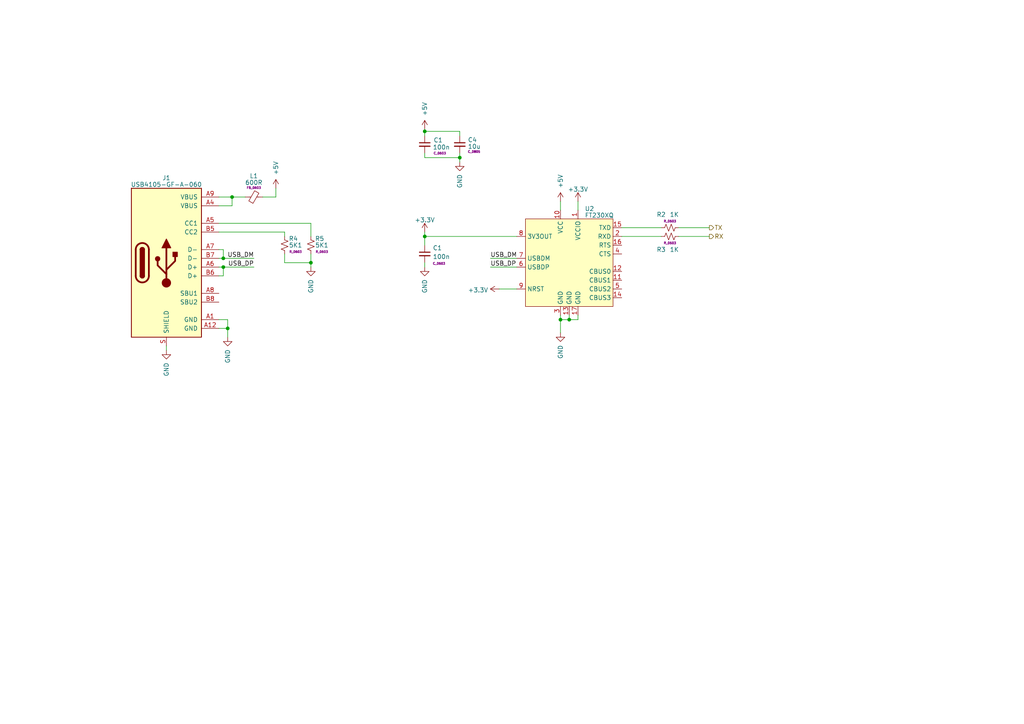
<source format=kicad_sch>
(kicad_sch (version 20230121) (generator eeschema)

  (uuid 7c5055c0-0ea4-4d3c-8b82-c2a8801718ec)

  (paper "A4")

  (lib_symbols
    (symbol "C_Capacitor:C_0603" (pin_numbers hide) (pin_names (offset 1.016)) (in_bom yes) (on_board yes)
      (property "Reference" "C" (at 3.175 1.905 0)
        (effects (font (size 1.27 1.27)))
      )
      (property "Value" "C_0603" (at 5.715 0 0)
        (effects (font (size 1.27 1.27)))
      )
      (property "Footprint" "C_Capacitor:C_0603" (at -3.175 0 90)
        (effects (font (size 1.27 1.27)) hide)
      )
      (property "Datasheet" "" (at 2.54 2.54 0)
        (effects (font (size 1.27 1.27)) hide)
      )
      (property "Size" "C_0603" (at 4.445 -1.905 0)
        (effects (font (size 0.635 0.635)))
      )
      (symbol "C_0603_1_1"
        (polyline
          (pts
            (xy -1.524 -0.508)
            (xy 1.524 -0.508)
          )
          (stroke (width 0.3302) (type default))
          (fill (type none))
        )
        (polyline
          (pts
            (xy -1.524 0.508)
            (xy 1.524 0.508)
          )
          (stroke (width 0.3048) (type default))
          (fill (type none))
        )
        (pin passive line (at 0 2.54 270) (length 2.032)
          (name "~" (effects (font (size 1.27 1.27))))
          (number "1" (effects (font (size 1.27 1.27))))
        )
        (pin passive line (at 0 -2.54 90) (length 2.032)
          (name "~" (effects (font (size 1.27 1.27))))
          (number "2" (effects (font (size 1.27 1.27))))
        )
      )
    )
    (symbol "C_Capacitor:C_0805" (pin_numbers hide) (pin_names (offset 1.016)) (in_bom yes) (on_board yes)
      (property "Reference" "C" (at 3.175 1.905 0)
        (effects (font (size 1.27 1.27)))
      )
      (property "Value" "C_0805" (at 5.715 0 0)
        (effects (font (size 1.27 1.27)))
      )
      (property "Footprint" "C_Capacitor:C_0805" (at -3.175 0 90)
        (effects (font (size 1.27 1.27)) hide)
      )
      (property "Datasheet" "" (at 2.54 2.54 0)
        (effects (font (size 1.27 1.27)) hide)
      )
      (property "Size" "C_0805" (at 4.445 -1.905 0)
        (effects (font (size 0.635 0.635)))
      )
      (symbol "C_0805_1_1"
        (polyline
          (pts
            (xy -1.524 -0.508)
            (xy 1.524 -0.508)
          )
          (stroke (width 0.3302) (type default))
          (fill (type none))
        )
        (polyline
          (pts
            (xy -1.524 0.508)
            (xy 1.524 0.508)
          )
          (stroke (width 0.3048) (type default))
          (fill (type none))
        )
        (pin passive line (at 0 2.54 270) (length 2.032)
          (name "~" (effects (font (size 1.27 1.27))))
          (number "1" (effects (font (size 1.27 1.27))))
        )
        (pin passive line (at 0 -2.54 90) (length 2.032)
          (name "~" (effects (font (size 1.27 1.27))))
          (number "2" (effects (font (size 1.27 1.27))))
        )
      )
    )
    (symbol "J_Connector:USB4105-GF-A-060" (pin_names (offset 1.016)) (in_bom yes) (on_board yes)
      (property "Reference" "J" (at -10.16 25.4 0)
        (effects (font (size 1.27 1.27)) (justify left))
      )
      (property "Value" "USB4105-GF-A-060" (at 10.16 22.86 0)
        (effects (font (size 1.27 1.27)) (justify right))
      )
      (property "Footprint" "J_Connector:USB_C_USB4105-GF-A-060" (at 0 -33.02 0)
        (effects (font (size 1.27 1.27)) hide)
      )
      (property "Datasheet" "https://media.digikey.com/pdf/Data%20Sheets/GCT%20PDFs/USB4105%20-%20Product%20Drawing.pdf" (at 0 -35.56 0)
        (effects (font (size 1.27 1.27)) hide)
      )
      (property "ki_keywords" "CONN RCP USB2.0 USBC 24P SMD RA" (at 0 0 0)
        (effects (font (size 1.27 1.27)) hide)
      )
      (property "ki_description" "CONN RCP USB2.0 TYP C 24P SMD RA" (at 0 0 0)
        (effects (font (size 1.27 1.27)) hide)
      )
      (property "ki_fp_filters" "USB*C*Receptacle*" (at 0 0 0)
        (effects (font (size 1.27 1.27)) hide)
      )
      (symbol "USB4105-GF-A-060_0_1"
        (rectangle (start -10.16 21.59) (end 10.16 -21.59)
          (stroke (width 0.254) (type default))
          (fill (type background))
        )
        (arc (start -8.89 -3.81) (mid -6.985 -5.7067) (end -5.08 -3.81)
          (stroke (width 0.508) (type default))
          (fill (type none))
        )
        (arc (start -7.62 -3.81) (mid -6.985 -4.4423) (end -6.35 -3.81)
          (stroke (width 0.254) (type default))
          (fill (type none))
        )
        (arc (start -7.62 -3.81) (mid -6.985 -4.4423) (end -6.35 -3.81)
          (stroke (width 0.254) (type default))
          (fill (type outline))
        )
        (rectangle (start -7.62 -3.81) (end -6.35 3.81)
          (stroke (width 0.254) (type default))
          (fill (type outline))
        )
        (arc (start -6.35 3.81) (mid -6.985 4.4423) (end -7.62 3.81)
          (stroke (width 0.254) (type default))
          (fill (type none))
        )
        (arc (start -6.35 3.81) (mid -6.985 4.4423) (end -7.62 3.81)
          (stroke (width 0.254) (type default))
          (fill (type outline))
        )
        (arc (start -5.08 3.81) (mid -6.985 5.7067) (end -8.89 3.81)
          (stroke (width 0.508) (type default))
          (fill (type none))
        )
        (circle (center -2.54 1.143) (radius 0.635)
          (stroke (width 0.254) (type default))
          (fill (type outline))
        )
        (circle (center 0 -5.842) (radius 1.27)
          (stroke (width 0) (type default))
          (fill (type outline))
        )
        (polyline
          (pts
            (xy -8.89 -3.81)
            (xy -8.89 3.81)
          )
          (stroke (width 0.508) (type default))
          (fill (type none))
        )
        (polyline
          (pts
            (xy -5.08 3.81)
            (xy -5.08 -3.81)
          )
          (stroke (width 0.508) (type default))
          (fill (type none))
        )
        (polyline
          (pts
            (xy 0 -5.842)
            (xy 0 4.318)
          )
          (stroke (width 0.508) (type default))
          (fill (type none))
        )
        (polyline
          (pts
            (xy 0 -3.302)
            (xy -2.54 -0.762)
            (xy -2.54 0.508)
          )
          (stroke (width 0.508) (type default))
          (fill (type none))
        )
        (polyline
          (pts
            (xy 0 -2.032)
            (xy 2.54 0.508)
            (xy 2.54 1.778)
          )
          (stroke (width 0.508) (type default))
          (fill (type none))
        )
        (polyline
          (pts
            (xy -1.27 4.318)
            (xy 0 6.858)
            (xy 1.27 4.318)
            (xy -1.27 4.318)
          )
          (stroke (width 0.254) (type default))
          (fill (type outline))
        )
        (rectangle (start 1.905 1.778) (end 3.175 3.048)
          (stroke (width 0.254) (type default))
          (fill (type outline))
        )
      )
      (symbol "USB4105-GF-A-060_1_1"
        (pin passive line (at 15.24 -16.51 180) (length 5.08)
          (name "GND" (effects (font (size 1.27 1.27))))
          (number "A1" (effects (font (size 1.27 1.27))))
        )
        (pin passive line (at 15.24 -19.05 180) (length 5.08)
          (name "GND" (effects (font (size 1.27 1.27))))
          (number "A12" (effects (font (size 1.27 1.27))))
        )
        (pin passive line (at 15.24 16.51 180) (length 5.08)
          (name "VBUS" (effects (font (size 1.27 1.27))))
          (number "A4" (effects (font (size 1.27 1.27))))
        )
        (pin bidirectional line (at 15.24 11.43 180) (length 5.08)
          (name "CC1" (effects (font (size 1.27 1.27))))
          (number "A5" (effects (font (size 1.27 1.27))))
        )
        (pin bidirectional line (at 15.24 -1.27 180) (length 5.08)
          (name "D+" (effects (font (size 1.27 1.27))))
          (number "A6" (effects (font (size 1.27 1.27))))
        )
        (pin bidirectional line (at 15.24 3.81 180) (length 5.08)
          (name "D-" (effects (font (size 1.27 1.27))))
          (number "A7" (effects (font (size 1.27 1.27))))
        )
        (pin bidirectional line (at 15.24 -8.89 180) (length 5.08)
          (name "SBU1" (effects (font (size 1.27 1.27))))
          (number "A8" (effects (font (size 1.27 1.27))))
        )
        (pin passive line (at 15.24 19.05 180) (length 5.08)
          (name "VBUS" (effects (font (size 1.27 1.27))))
          (number "A9" (effects (font (size 1.27 1.27))))
        )
        (pin bidirectional line (at 15.24 8.89 180) (length 5.08)
          (name "CC2" (effects (font (size 1.27 1.27))))
          (number "B5" (effects (font (size 1.27 1.27))))
        )
        (pin bidirectional line (at 15.24 -3.81 180) (length 5.08)
          (name "D+" (effects (font (size 1.27 1.27))))
          (number "B6" (effects (font (size 1.27 1.27))))
        )
        (pin bidirectional line (at 15.24 1.27 180) (length 5.08)
          (name "D-" (effects (font (size 1.27 1.27))))
          (number "B7" (effects (font (size 1.27 1.27))))
        )
        (pin bidirectional line (at 15.24 -11.43 180) (length 5.08)
          (name "SBU2" (effects (font (size 1.27 1.27))))
          (number "B8" (effects (font (size 1.27 1.27))))
        )
        (pin passive line (at 0 -24.13 90) (length 2.54)
          (name "SHIELD" (effects (font (size 1.27 1.27))))
          (number "S" (effects (font (size 1.27 1.27))))
        )
      )
    )
    (symbol "L_Inductor:FB_0603" (pin_numbers hide) (pin_names (offset 1.016) hide) (in_bom yes) (on_board yes)
      (property "Reference" "L" (at 2.54 1.905 0)
        (effects (font (size 1.27 1.27)))
      )
      (property "Value" "FB_0603" (at 5.715 0 0)
        (effects (font (size 1.27 1.27)))
      )
      (property "Footprint" "L_Inductor:FB_0603" (at -3.81 0.635 90)
        (effects (font (size 1.27 1.27)) hide)
      )
      (property "Datasheet" "" (at -6.35 0.635 0)
        (effects (font (size 1.27 1.27)) hide)
      )
      (property "Size" "FB_0603" (at 4.445 -1.905 0)
        (effects (font (size 0.635 0.635)))
      )
      (symbol "FB_0603_0_1"
        (polyline
          (pts
            (xy 0 -1.27)
            (xy 0 -0.7874)
          )
          (stroke (width 0) (type default))
          (fill (type none))
        )
        (polyline
          (pts
            (xy 0 0.889)
            (xy 0 1.2954)
          )
          (stroke (width 0) (type default))
          (fill (type none))
        )
        (polyline
          (pts
            (xy -1.8288 0.2794)
            (xy -1.1176 1.4986)
            (xy 1.8288 -0.2032)
            (xy 1.1176 -1.4224)
            (xy -1.8288 0.2794)
          )
          (stroke (width 0) (type default))
          (fill (type none))
        )
      )
      (symbol "FB_0603_1_1"
        (pin passive line (at 0 2.54 270) (length 1.27)
          (name "~" (effects (font (size 1.27 1.27))))
          (number "1" (effects (font (size 1.27 1.27))))
        )
        (pin passive line (at 0 -2.54 90) (length 1.27)
          (name "~" (effects (font (size 1.27 1.27))))
          (number "2" (effects (font (size 1.27 1.27))))
        )
      )
    )
    (symbol "R_Resistor:R_0603" (pin_numbers hide) (pin_names (offset 1.016)) (in_bom yes) (on_board yes)
      (property "Reference" "R" (at 2.54 1.905 0)
        (effects (font (size 1.27 1.27)))
      )
      (property "Value" "R_0603" (at 5.08 0 0)
        (effects (font (size 1.27 1.27)))
      )
      (property "Footprint" "R_Resistor:R_0603" (at -2.54 0 90)
        (effects (font (size 1.27 1.27)) hide)
      )
      (property "Datasheet" "" (at -2.54 -3.81 0)
        (effects (font (size 1.27 1.27)) hide)
      )
      (property "Size" "R_0603" (at 3.81 -1.905 0)
        (effects (font (size 0.635 0.635)))
      )
      (symbol "R_0603_1_1"
        (polyline
          (pts
            (xy 0 0)
            (xy 1.016 -0.381)
            (xy 0 -0.762)
            (xy -1.016 -1.143)
            (xy 0 -1.524)
          )
          (stroke (width 0) (type default))
          (fill (type none))
        )
        (polyline
          (pts
            (xy 0 1.524)
            (xy 1.016 1.143)
            (xy 0 0.762)
            (xy -1.016 0.381)
            (xy 0 0)
          )
          (stroke (width 0) (type default))
          (fill (type none))
        )
        (pin passive line (at 0 2.54 270) (length 1.016)
          (name "~" (effects (font (size 1.27 1.27))))
          (number "1" (effects (font (size 1.27 1.27))))
        )
        (pin passive line (at 0 -2.54 90) (length 1.016)
          (name "~" (effects (font (size 1.27 1.27))))
          (number "2" (effects (font (size 1.27 1.27))))
        )
      )
    )
    (symbol "U_Transciever:FT230XQ" (in_bom yes) (on_board yes)
      (property "Reference" "U" (at -10.16 13.97 0)
        (effects (font (size 1.27 1.27)))
      )
      (property "Value" "FT230XQ" (at 0 0 0)
        (effects (font (size 1.27 1.27)))
      )
      (property "Footprint" "U_IC:QFN16_065_4x4_EP" (at 0 -23.495 0)
        (effects (font (size 1.27 1.27)) hide)
      )
      (property "Datasheet" "http://www.ftdichip.com/Support/Documents/DataSheets/ICs/DS_FT230X.pdf" (at 0.635 -20.955 0)
        (effects (font (size 1.27 1.27)) hide)
      )
      (property "ki_keywords" "IC USB SERIAL BASIC UART 16QFN" (at 0 0 0)
        (effects (font (size 1.27 1.27)) hide)
      )
      (property "ki_description" "IC USB SERIAL BASIC UART 16QFN" (at 0 0 0)
        (effects (font (size 1.27 1.27)) hide)
      )
      (symbol "FT230XQ_0_1"
        (rectangle (start -12.7 12.7) (end 12.7 -12.7)
          (stroke (width 0.1524) (type default))
          (fill (type background))
        )
      )
      (symbol "FT230XQ_1_1"
        (pin power_in line (at 2.54 15.24 270) (length 2.54)
          (name "VCCIO" (effects (font (size 1.27 1.27))))
          (number "1" (effects (font (size 1.27 1.27))))
        )
        (pin power_in line (at -2.54 15.24 270) (length 2.54)
          (name "VCC" (effects (font (size 1.27 1.27))))
          (number "10" (effects (font (size 1.27 1.27))))
        )
        (pin input line (at 15.24 -5.08 180) (length 2.54)
          (name "CBUS1" (effects (font (size 1.27 1.27))))
          (number "11" (effects (font (size 1.27 1.27))))
        )
        (pin input line (at 15.24 -2.54 180) (length 2.54)
          (name "CBUS0" (effects (font (size 1.27 1.27))))
          (number "12" (effects (font (size 1.27 1.27))))
        )
        (pin power_in line (at 0 -15.24 90) (length 2.54)
          (name "GND" (effects (font (size 1.27 1.27))))
          (number "13" (effects (font (size 1.27 1.27))))
        )
        (pin input line (at 15.24 -10.16 180) (length 2.54)
          (name "CBUS3" (effects (font (size 1.27 1.27))))
          (number "14" (effects (font (size 1.27 1.27))))
        )
        (pin output line (at 15.24 10.16 180) (length 2.54)
          (name "TXD" (effects (font (size 1.27 1.27))))
          (number "15" (effects (font (size 1.27 1.27))))
        )
        (pin input line (at 15.24 5.08 180) (length 2.54)
          (name "RTS" (effects (font (size 1.27 1.27))))
          (number "16" (effects (font (size 1.27 1.27))))
        )
        (pin power_in line (at 2.54 -15.24 90) (length 2.54)
          (name "GND" (effects (font (size 1.27 1.27))))
          (number "17" (effects (font (size 1.27 1.27))))
        )
        (pin input line (at 15.24 7.62 180) (length 2.54)
          (name "RXD" (effects (font (size 1.27 1.27))))
          (number "2" (effects (font (size 1.27 1.27))))
        )
        (pin power_in line (at -2.54 -15.24 90) (length 2.54)
          (name "GND" (effects (font (size 1.27 1.27))))
          (number "3" (effects (font (size 1.27 1.27))))
        )
        (pin input line (at 15.24 2.54 180) (length 2.54)
          (name "CTS" (effects (font (size 1.27 1.27))))
          (number "4" (effects (font (size 1.27 1.27))))
        )
        (pin input line (at 15.24 -7.62 180) (length 2.54)
          (name "CBUS2" (effects (font (size 1.27 1.27))))
          (number "5" (effects (font (size 1.27 1.27))))
        )
        (pin bidirectional line (at -15.24 -1.27 0) (length 2.54)
          (name "USBDP" (effects (font (size 1.27 1.27))))
          (number "6" (effects (font (size 1.27 1.27))))
        )
        (pin bidirectional line (at -15.24 1.27 0) (length 2.54)
          (name "USBDM" (effects (font (size 1.27 1.27))))
          (number "7" (effects (font (size 1.27 1.27))))
        )
        (pin power_out line (at -15.24 7.62 0) (length 2.54)
          (name "3V3OUT" (effects (font (size 1.27 1.27))))
          (number "8" (effects (font (size 1.27 1.27))))
        )
        (pin input line (at -15.24 -7.62 0) (length 2.54)
          (name "NRST" (effects (font (size 1.27 1.27))))
          (number "9" (effects (font (size 1.27 1.27))))
        )
      )
    )
    (symbol "power:+3.3V" (power) (pin_names (offset 0)) (in_bom yes) (on_board yes)
      (property "Reference" "#PWR" (at 0 -3.81 0)
        (effects (font (size 1.27 1.27)) hide)
      )
      (property "Value" "+3.3V" (at 0 3.556 0)
        (effects (font (size 1.27 1.27)))
      )
      (property "Footprint" "" (at 0 0 0)
        (effects (font (size 1.27 1.27)) hide)
      )
      (property "Datasheet" "" (at 0 0 0)
        (effects (font (size 1.27 1.27)) hide)
      )
      (property "ki_keywords" "global power" (at 0 0 0)
        (effects (font (size 1.27 1.27)) hide)
      )
      (property "ki_description" "Power symbol creates a global label with name \"+3.3V\"" (at 0 0 0)
        (effects (font (size 1.27 1.27)) hide)
      )
      (symbol "+3.3V_0_1"
        (polyline
          (pts
            (xy -0.762 1.27)
            (xy 0 2.54)
          )
          (stroke (width 0) (type default))
          (fill (type none))
        )
        (polyline
          (pts
            (xy 0 0)
            (xy 0 2.54)
          )
          (stroke (width 0) (type default))
          (fill (type none))
        )
        (polyline
          (pts
            (xy 0 2.54)
            (xy 0.762 1.27)
          )
          (stroke (width 0) (type default))
          (fill (type none))
        )
      )
      (symbol "+3.3V_1_1"
        (pin power_in line (at 0 0 90) (length 0) hide
          (name "+3.3V" (effects (font (size 1.27 1.27))))
          (number "1" (effects (font (size 1.27 1.27))))
        )
      )
    )
    (symbol "power:+5V" (power) (pin_names (offset 0)) (in_bom yes) (on_board yes)
      (property "Reference" "#PWR" (at 0 -3.81 0)
        (effects (font (size 1.27 1.27)) hide)
      )
      (property "Value" "+5V" (at 0 3.556 0)
        (effects (font (size 1.27 1.27)))
      )
      (property "Footprint" "" (at 0 0 0)
        (effects (font (size 1.27 1.27)) hide)
      )
      (property "Datasheet" "" (at 0 0 0)
        (effects (font (size 1.27 1.27)) hide)
      )
      (property "ki_keywords" "power-flag" (at 0 0 0)
        (effects (font (size 1.27 1.27)) hide)
      )
      (property "ki_description" "Power symbol creates a global label with name \"+5V\"" (at 0 0 0)
        (effects (font (size 1.27 1.27)) hide)
      )
      (symbol "+5V_0_1"
        (polyline
          (pts
            (xy -0.762 1.27)
            (xy 0 2.54)
          )
          (stroke (width 0) (type default))
          (fill (type none))
        )
        (polyline
          (pts
            (xy 0 0)
            (xy 0 2.54)
          )
          (stroke (width 0) (type default))
          (fill (type none))
        )
        (polyline
          (pts
            (xy 0 2.54)
            (xy 0.762 1.27)
          )
          (stroke (width 0) (type default))
          (fill (type none))
        )
      )
      (symbol "+5V_1_1"
        (pin power_in line (at 0 0 90) (length 0) hide
          (name "+5V" (effects (font (size 1.27 1.27))))
          (number "1" (effects (font (size 1.27 1.27))))
        )
      )
    )
    (symbol "power:GND" (power) (pin_names (offset 0)) (in_bom yes) (on_board yes)
      (property "Reference" "#PWR" (at 0 -6.35 0)
        (effects (font (size 1.27 1.27)) hide)
      )
      (property "Value" "GND" (at 0 -3.81 0)
        (effects (font (size 1.27 1.27)))
      )
      (property "Footprint" "" (at 0 0 0)
        (effects (font (size 1.27 1.27)) hide)
      )
      (property "Datasheet" "" (at 0 0 0)
        (effects (font (size 1.27 1.27)) hide)
      )
      (property "ki_keywords" "power-flag" (at 0 0 0)
        (effects (font (size 1.27 1.27)) hide)
      )
      (property "ki_description" "Power symbol creates a global label with name \"GND\" , ground" (at 0 0 0)
        (effects (font (size 1.27 1.27)) hide)
      )
      (symbol "GND_0_1"
        (polyline
          (pts
            (xy 0 0)
            (xy 0 -1.27)
            (xy 1.27 -1.27)
            (xy 0 -2.54)
            (xy -1.27 -1.27)
            (xy 0 -1.27)
          )
          (stroke (width 0) (type default))
          (fill (type none))
        )
      )
      (symbol "GND_1_1"
        (pin power_in line (at 0 0 270) (length 0) hide
          (name "GND" (effects (font (size 1.27 1.27))))
          (number "1" (effects (font (size 1.27 1.27))))
        )
      )
    )
  )

  (junction (at 90.17 76.2) (diameter 0) (color 0 0 0 0)
    (uuid 37ee7dc6-f29b-4c02-aeba-77d8db56bbd6)
  )
  (junction (at 162.56 92.71) (diameter 0) (color 0 0 0 0)
    (uuid 482728b2-7f47-4878-b7b3-f8a86b42cf69)
  )
  (junction (at 66.04 95.25) (diameter 0) (color 0 0 0 0)
    (uuid 782c0574-d4d4-47ac-9d33-bb45f902b641)
  )
  (junction (at 64.77 74.93) (diameter 0) (color 0 0 0 0)
    (uuid ab1a78d5-713b-439f-9d1e-924b4b949b15)
  )
  (junction (at 133.35 45.72) (diameter 0) (color 0 0 0 0)
    (uuid b2f73769-2bfe-4b63-8c99-5fa1f09eae02)
  )
  (junction (at 165.1 92.71) (diameter 0) (color 0 0 0 0)
    (uuid cc97497c-6b34-41f3-b2f3-ebfd365220fb)
  )
  (junction (at 123.19 68.58) (diameter 0) (color 0 0 0 0)
    (uuid cde90deb-eb87-471b-a5d8-c09695e5b2a3)
  )
  (junction (at 64.77 77.47) (diameter 0) (color 0 0 0 0)
    (uuid defe697e-8165-40e7-aed2-1e5b4a61a20a)
  )
  (junction (at 67.31 57.15) (diameter 0) (color 0 0 0 0)
    (uuid fa948f91-09ce-459e-9ca2-3148ab11cd5b)
  )
  (junction (at 123.19 38.1) (diameter 0) (color 0 0 0 0)
    (uuid fe70dd0e-4db2-4383-9e1a-2bd9ef79910f)
  )

  (wire (pts (xy 82.55 67.31) (xy 63.5 67.31))
    (stroke (width 0) (type default))
    (uuid 03e270da-b4af-4834-bc22-f5bb9402c874)
  )
  (wire (pts (xy 167.64 91.44) (xy 167.64 92.71))
    (stroke (width 0) (type default))
    (uuid 04864a9b-b982-4597-aef2-dcd21a8e01cf)
  )
  (wire (pts (xy 180.34 66.04) (xy 191.77 66.04))
    (stroke (width 0) (type default))
    (uuid 04ed9875-8884-45df-b753-24aa8eb4e2f4)
  )
  (wire (pts (xy 82.55 73.66) (xy 82.55 76.2))
    (stroke (width 0) (type default))
    (uuid 1559bf39-98e9-4691-a67f-fae51bfb5aa7)
  )
  (wire (pts (xy 64.77 72.39) (xy 64.77 74.93))
    (stroke (width 0) (type default))
    (uuid 218dc8de-bb75-4c0d-916f-b12891b0de63)
  )
  (wire (pts (xy 162.56 58.42) (xy 162.56 60.96))
    (stroke (width 0) (type default))
    (uuid 21b746d0-2032-4c9f-a4e4-9c04f63b2f40)
  )
  (wire (pts (xy 123.19 76.2) (xy 123.19 77.47))
    (stroke (width 0) (type default))
    (uuid 227ae1ec-2018-4c9c-a8d6-0409dab15491)
  )
  (wire (pts (xy 133.35 44.45) (xy 133.35 45.72))
    (stroke (width 0) (type default))
    (uuid 253c31f7-d267-4b85-b0a6-1a751eb8f1ab)
  )
  (wire (pts (xy 63.5 59.69) (xy 67.31 59.69))
    (stroke (width 0) (type default))
    (uuid 2654f06f-7f92-4a9b-b401-612b42e7e51f)
  )
  (wire (pts (xy 167.64 92.71) (xy 165.1 92.71))
    (stroke (width 0) (type default))
    (uuid 267f347a-92f2-4e62-a989-d16c3511ccab)
  )
  (wire (pts (xy 162.56 92.71) (xy 162.56 96.52))
    (stroke (width 0) (type default))
    (uuid 281c520a-b722-49cb-ad95-3ec3ac74da1e)
  )
  (wire (pts (xy 165.1 92.71) (xy 162.56 92.71))
    (stroke (width 0) (type default))
    (uuid 2b2fd5aa-dca0-4eb2-b31c-d429c91284b5)
  )
  (wire (pts (xy 63.5 72.39) (xy 64.77 72.39))
    (stroke (width 0) (type default))
    (uuid 32874f11-5eda-4404-abdf-7a2452803238)
  )
  (wire (pts (xy 66.04 97.79) (xy 66.04 95.25))
    (stroke (width 0) (type default))
    (uuid 3289412c-cdfd-4229-b367-3b7b6c0e4883)
  )
  (wire (pts (xy 133.35 45.72) (xy 133.35 46.99))
    (stroke (width 0) (type default))
    (uuid 390ac279-eea8-4afa-aad7-06474ab9c94a)
  )
  (wire (pts (xy 142.24 77.47) (xy 149.86 77.47))
    (stroke (width 0) (type default))
    (uuid 42d7850b-fd31-40ae-9876-f1cdb5108f16)
  )
  (wire (pts (xy 63.5 74.93) (xy 64.77 74.93))
    (stroke (width 0) (type default))
    (uuid 42fcd1b6-775f-41a3-b4c3-ca226c8a99a8)
  )
  (wire (pts (xy 64.77 77.47) (xy 73.66 77.47))
    (stroke (width 0) (type default))
    (uuid 494ea429-3a97-436d-abee-d2ffc80facbb)
  )
  (wire (pts (xy 165.1 91.44) (xy 165.1 92.71))
    (stroke (width 0) (type default))
    (uuid 53c1fe83-5a70-48db-bdc3-85edca57c991)
  )
  (wire (pts (xy 123.19 67.31) (xy 123.19 68.58))
    (stroke (width 0) (type default))
    (uuid 57c00a14-958c-40bd-84f0-c31dbd96195b)
  )
  (wire (pts (xy 63.5 80.01) (xy 64.77 80.01))
    (stroke (width 0) (type default))
    (uuid 584e0b8b-9e49-499f-8768-1ec318d12238)
  )
  (wire (pts (xy 63.5 77.47) (xy 64.77 77.47))
    (stroke (width 0) (type default))
    (uuid 6337070e-2bb7-4214-8c27-cbdc4d73ab56)
  )
  (wire (pts (xy 67.31 57.15) (xy 71.12 57.15))
    (stroke (width 0) (type default))
    (uuid 66250e87-292f-4a5e-94d2-6adfddd41e29)
  )
  (wire (pts (xy 63.5 95.25) (xy 66.04 95.25))
    (stroke (width 0) (type default))
    (uuid 6ffa4469-f8fe-4617-85da-90b24840c4b9)
  )
  (wire (pts (xy 162.56 91.44) (xy 162.56 92.71))
    (stroke (width 0) (type default))
    (uuid 77742602-56a2-42d3-bfad-fdfff42d0cf9)
  )
  (wire (pts (xy 133.35 38.1) (xy 133.35 39.37))
    (stroke (width 0) (type default))
    (uuid 7bdeb61a-0ccc-4397-998f-dcdd41ad93bc)
  )
  (wire (pts (xy 66.04 95.25) (xy 66.04 92.71))
    (stroke (width 0) (type default))
    (uuid 7e8f66e9-e828-45bd-bc2c-1bba7803255e)
  )
  (wire (pts (xy 76.2 57.15) (xy 80.01 57.15))
    (stroke (width 0) (type default))
    (uuid 8e3e971b-0ac8-458a-b26f-b9b6495da23e)
  )
  (wire (pts (xy 80.01 57.15) (xy 80.01 54.61))
    (stroke (width 0) (type default))
    (uuid 8f2f886d-7149-4119-a046-a1230d99e854)
  )
  (wire (pts (xy 67.31 59.69) (xy 67.31 57.15))
    (stroke (width 0) (type default))
    (uuid 98cc1759-e158-4274-a54e-d04394e85818)
  )
  (wire (pts (xy 64.77 74.93) (xy 73.66 74.93))
    (stroke (width 0) (type default))
    (uuid 98cdd450-b40a-4690-a530-1a6d3dbf5c91)
  )
  (wire (pts (xy 123.19 71.12) (xy 123.19 68.58))
    (stroke (width 0) (type default))
    (uuid 9e01a72c-dd82-479c-8036-023f63c7a0c1)
  )
  (wire (pts (xy 48.26 100.33) (xy 48.26 101.6))
    (stroke (width 0) (type default))
    (uuid a3bc6248-f76b-4a3c-bfdc-728f7eaa0955)
  )
  (wire (pts (xy 123.19 44.45) (xy 123.19 45.72))
    (stroke (width 0) (type default))
    (uuid ab574d07-8639-4aaf-a393-5faad522860c)
  )
  (wire (pts (xy 123.19 45.72) (xy 133.35 45.72))
    (stroke (width 0) (type default))
    (uuid b69c45d1-d493-4b50-ba47-d345ff25450b)
  )
  (wire (pts (xy 67.31 57.15) (xy 63.5 57.15))
    (stroke (width 0) (type default))
    (uuid bb4871b6-13a6-4d46-ad02-befa9396ecd7)
  )
  (wire (pts (xy 142.24 74.93) (xy 149.86 74.93))
    (stroke (width 0) (type default))
    (uuid bd30e6f2-23c8-4bce-a3ed-c27ff64e3020)
  )
  (wire (pts (xy 82.55 76.2) (xy 90.17 76.2))
    (stroke (width 0) (type default))
    (uuid be2955f6-63d8-43b1-98dd-df6f5392c315)
  )
  (wire (pts (xy 90.17 64.77) (xy 63.5 64.77))
    (stroke (width 0) (type default))
    (uuid c21583d7-61a6-47e2-a27f-c49275e8c733)
  )
  (wire (pts (xy 82.55 68.58) (xy 82.55 67.31))
    (stroke (width 0) (type default))
    (uuid c274a550-3961-45be-ab85-3277217ae2bb)
  )
  (wire (pts (xy 123.19 38.1) (xy 123.19 39.37))
    (stroke (width 0) (type default))
    (uuid c489e9cd-155b-4b9f-9a96-40f451780a64)
  )
  (wire (pts (xy 123.19 38.1) (xy 133.35 38.1))
    (stroke (width 0) (type default))
    (uuid c52df7bf-fa11-4f0a-abbd-5be9cbb88132)
  )
  (wire (pts (xy 144.78 83.82) (xy 149.86 83.82))
    (stroke (width 0) (type default))
    (uuid c7d1fd1f-d994-4ca3-80f7-c6b621226b44)
  )
  (wire (pts (xy 196.85 66.04) (xy 205.74 66.04))
    (stroke (width 0) (type default))
    (uuid cb58aa0d-e902-48ee-ae86-4c617a3704a2)
  )
  (wire (pts (xy 180.34 68.58) (xy 191.77 68.58))
    (stroke (width 0) (type default))
    (uuid cc854c0b-5158-4268-86f5-a7f1ab571730)
  )
  (wire (pts (xy 66.04 92.71) (xy 63.5 92.71))
    (stroke (width 0) (type default))
    (uuid d649963e-7637-4b52-aaa3-4673ef3e0220)
  )
  (wire (pts (xy 123.19 37.465) (xy 123.19 38.1))
    (stroke (width 0) (type default))
    (uuid d96ba7f4-357e-4e72-b0fc-26573db59bb1)
  )
  (wire (pts (xy 123.19 68.58) (xy 149.86 68.58))
    (stroke (width 0) (type default))
    (uuid de33d127-7a76-4af0-94c9-3011ce46fc7e)
  )
  (wire (pts (xy 196.85 68.58) (xy 205.74 68.58))
    (stroke (width 0) (type default))
    (uuid e0bba0d5-f7c5-4d8c-9f60-00e68eb64a09)
  )
  (wire (pts (xy 90.17 73.66) (xy 90.17 76.2))
    (stroke (width 0) (type default))
    (uuid ebec0fe4-f4e4-42b4-b533-9f8584e9c333)
  )
  (wire (pts (xy 90.17 76.2) (xy 90.17 77.47))
    (stroke (width 0) (type default))
    (uuid edee596f-5cc8-4b3d-b14a-c8976ea20ad8)
  )
  (wire (pts (xy 90.17 68.58) (xy 90.17 64.77))
    (stroke (width 0) (type default))
    (uuid ef5036e1-e251-46ab-8c2c-17c87ac6f701)
  )
  (wire (pts (xy 64.77 80.01) (xy 64.77 77.47))
    (stroke (width 0) (type default))
    (uuid f0cacb68-66bc-4b64-a6f3-4ab01954767b)
  )
  (wire (pts (xy 167.64 60.96) (xy 167.64 58.42))
    (stroke (width 0) (type default))
    (uuid f4cd6b6c-bf57-4371-af35-40d8820d662c)
  )

  (label "USB_DP" (at 73.66 77.47 180) (fields_autoplaced)
    (effects (font (size 1.27 1.27)) (justify right bottom))
    (uuid 24efc655-abe4-41fe-aad7-bc8d9f94d49d)
  )
  (label "USB_DM" (at 142.24 74.93 0) (fields_autoplaced)
    (effects (font (size 1.27 1.27)) (justify left bottom))
    (uuid 3cebe1d1-213b-4dac-9361-2aa85c284a4c)
  )
  (label "USB_DM" (at 73.66 74.93 180) (fields_autoplaced)
    (effects (font (size 1.27 1.27)) (justify right bottom))
    (uuid 418ced39-05b9-4054-90d4-00f06022cc85)
  )
  (label "USB_DP" (at 142.24 77.47 0) (fields_autoplaced)
    (effects (font (size 1.27 1.27)) (justify left bottom))
    (uuid aec443bd-9567-4914-9353-de019be85e24)
  )

  (hierarchical_label "TX" (shape output) (at 205.74 66.04 0) (fields_autoplaced)
    (effects (font (size 1.27 1.27)) (justify left))
    (uuid 4e918ea6-fb1b-4dcc-91da-8ed3ff280bf9)
  )
  (hierarchical_label "RX" (shape output) (at 205.74 68.58 0) (fields_autoplaced)
    (effects (font (size 1.27 1.27)) (justify left))
    (uuid ce14c5b1-8de9-4c64-bf5c-cdfe358fb3bf)
  )

  (symbol (lib_id "power:+3.3V") (at 144.78 83.82 90) (unit 1)
    (in_bom yes) (on_board yes) (dnp no) (fields_autoplaced)
    (uuid 01349f00-e39c-4333-970e-de0ad60c5025)
    (property "Reference" "#PWR017" (at 148.59 83.82 0)
      (effects (font (size 1.27 1.27)) hide)
    )
    (property "Value" "+3.3V" (at 141.605 84.1368 90)
      (effects (font (size 1.27 1.27)) (justify left))
    )
    (property "Footprint" "" (at 144.78 83.82 0)
      (effects (font (size 1.27 1.27)) hide)
    )
    (property "Datasheet" "" (at 144.78 83.82 0)
      (effects (font (size 1.27 1.27)) hide)
    )
    (pin "1" (uuid e24ebfdf-91db-4c17-9b61-6028565dcb8d))
    (instances
      (project "ICSP-Programmer-HW"
        (path "/5952f252-dd2a-4213-9849-5d3ec960c0f2/a39b1137-3f68-4cc6-8656-a3e012cc2b43"
          (reference "#PWR017") (unit 1)
        )
      )
    )
  )

  (symbol (lib_id "power:GND") (at 48.26 101.6 0) (unit 1)
    (in_bom yes) (on_board yes) (dnp no)
    (uuid 0a29f835-3335-40bd-a32c-68fc01fb8451)
    (property "Reference" "#PWR04" (at 48.26 107.95 0)
      (effects (font (size 1.27 1.27)) hide)
    )
    (property "Value" "GND" (at 48.26 109.22 90)
      (effects (font (size 1.27 1.27)) (justify left))
    )
    (property "Footprint" "" (at 48.26 101.6 0)
      (effects (font (size 1.27 1.27)) hide)
    )
    (property "Datasheet" "" (at 48.26 101.6 0)
      (effects (font (size 1.27 1.27)) hide)
    )
    (pin "1" (uuid 03ff7bd0-2c2d-418e-a2e6-254c9018e74b))
    (instances
      (project "ICSP-Programmer-HW"
        (path "/5952f252-dd2a-4213-9849-5d3ec960c0f2"
          (reference "#PWR04") (unit 1)
        )
        (path "/5952f252-dd2a-4213-9849-5d3ec960c0f2/a39b1137-3f68-4cc6-8656-a3e012cc2b43"
          (reference "#PWR020") (unit 1)
        )
      )
      (project "Control-HW"
        (path "/b6d3735f-4c90-4b13-8a59-d00862ca760c/0efb9293-af2b-4951-be8b-c2bbb9c050db"
          (reference "#PWR07") (unit 1)
        )
      )
    )
  )

  (symbol (lib_id "C_Capacitor:C_0603") (at 123.19 41.91 0) (unit 1)
    (in_bom yes) (on_board yes) (dnp no)
    (uuid 1369975c-8a32-4070-9fa0-ac1ed068a490)
    (property "Reference" "C1" (at 125.73 40.64 0)
      (effects (font (size 1.27 1.27)) (justify left))
    )
    (property "Value" "100n" (at 125.5141 42.7039 0)
      (effects (font (size 1.27 1.27)) (justify left))
    )
    (property "Footprint" "C_Capacitor:C_0603" (at 120.015 41.91 90)
      (effects (font (size 1.27 1.27)) hide)
    )
    (property "Datasheet" "" (at 125.73 39.37 0)
      (effects (font (size 1.27 1.27)) hide)
    )
    (property "Size" "C_0603" (at 125.73 44.45 0)
      (effects (font (size 0.635 0.635)) (justify left))
    )
    (pin "1" (uuid 90ba33ff-77c1-40fb-a445-ab913532d237))
    (pin "2" (uuid a140964c-4811-42ac-9de0-c31df865cdeb))
    (instances
      (project "ICSP-Programmer-HW"
        (path "/5952f252-dd2a-4213-9849-5d3ec960c0f2"
          (reference "C1") (unit 1)
        )
        (path "/5952f252-dd2a-4213-9849-5d3ec960c0f2/a39b1137-3f68-4cc6-8656-a3e012cc2b43"
          (reference "C3") (unit 1)
        )
      )
      (project "Control-HW"
        (path "/b6d3735f-4c90-4b13-8a59-d00862ca760c/0efb9293-af2b-4951-be8b-c2bbb9c050db"
          (reference "C1") (unit 1)
        )
      )
    )
  )

  (symbol (lib_id "J_Connector:USB4105-GF-A-060") (at 48.26 76.2 0) (unit 1)
    (in_bom yes) (on_board yes) (dnp no) (fields_autoplaced)
    (uuid 1dcb9793-c5b3-42d1-8d81-445db784714c)
    (property "Reference" "J1" (at 48.26 51.6001 0)
      (effects (font (size 1.27 1.27)))
    )
    (property "Value" "USB4105-GF-A-060" (at 48.26 53.5211 0)
      (effects (font (size 1.27 1.27)))
    )
    (property "Footprint" "J_Connector:USB_C_USB4105-GF-A-060" (at 48.26 109.22 0)
      (effects (font (size 1.27 1.27)) hide)
    )
    (property "Datasheet" "https://media.digikey.com/pdf/Data%20Sheets/GCT%20PDFs/USB4105%20-%20Product%20Drawing.pdf" (at 48.26 111.76 0)
      (effects (font (size 1.27 1.27)) hide)
    )
    (pin "A1" (uuid 2690f1dc-0d91-41aa-a2e8-ae843c5977b0))
    (pin "A12" (uuid 57167c44-ce41-417e-a13b-da21ea84ca42))
    (pin "A4" (uuid 92fafe73-61be-41cf-abc7-432a9dda64af))
    (pin "A5" (uuid 6efb2042-9713-47a3-887c-a8b538b80c4d))
    (pin "A6" (uuid e1a55030-0db4-4dd3-951c-db07d084ed9e))
    (pin "A7" (uuid ba20184d-54ea-405b-8abf-79f1d594a845))
    (pin "A8" (uuid 936f8335-cfc5-4f6c-b204-f718a96771cc))
    (pin "A9" (uuid 94e10493-cf6f-4d16-8e6b-3b12181bd6ea))
    (pin "B5" (uuid d8ed6b96-3a21-48f9-88ac-c8f6ea87d2c8))
    (pin "B6" (uuid bfd2d33b-5035-4eeb-9df2-bb087b37eb98))
    (pin "B7" (uuid e62c552f-cb6e-4e80-a2d5-3c5dd5479656))
    (pin "B8" (uuid 1e84b35f-adc4-4c6e-aa81-632cacb20ad4))
    (pin "S" (uuid a54aeca8-bd03-46e4-a0c4-a680176c66b5))
    (instances
      (project "ICSP-Programmer-HW"
        (path "/5952f252-dd2a-4213-9849-5d3ec960c0f2"
          (reference "J1") (unit 1)
        )
        (path "/5952f252-dd2a-4213-9849-5d3ec960c0f2/a39b1137-3f68-4cc6-8656-a3e012cc2b43"
          (reference "J1") (unit 1)
        )
      )
    )
  )

  (symbol (lib_id "power:+5V") (at 80.01 54.61 0) (unit 1)
    (in_bom yes) (on_board yes) (dnp no)
    (uuid 2965d97d-eed4-42ee-acb2-b70dd14afa59)
    (property "Reference" "#PWR03" (at 80.01 58.42 0)
      (effects (font (size 1.27 1.27)) hide)
    )
    (property "Value" "+5V" (at 80.01 50.8 90)
      (effects (font (size 1.27 1.27)) (justify left))
    )
    (property "Footprint" "" (at 80.01 54.61 0)
      (effects (font (size 1.27 1.27)) hide)
    )
    (property "Datasheet" "" (at 80.01 54.61 0)
      (effects (font (size 1.27 1.27)) hide)
    )
    (pin "1" (uuid e2944e31-0d05-4f10-a6d0-306fee875cc8))
    (instances
      (project "ICSP-Programmer-HW"
        (path "/5952f252-dd2a-4213-9849-5d3ec960c0f2"
          (reference "#PWR03") (unit 1)
        )
        (path "/5952f252-dd2a-4213-9849-5d3ec960c0f2/a39b1137-3f68-4cc6-8656-a3e012cc2b43"
          (reference "#PWR022") (unit 1)
        )
      )
      (project "Control-HW"
        (path "/b6d3735f-4c90-4b13-8a59-d00862ca760c/0efb9293-af2b-4951-be8b-c2bbb9c050db"
          (reference "#PWR06") (unit 1)
        )
      )
    )
  )

  (symbol (lib_id "R_Resistor:R_0603") (at 194.31 68.58 270) (unit 1)
    (in_bom yes) (on_board yes) (dnp no)
    (uuid 4431716e-ad4c-4c34-8762-55983faea95c)
    (property "Reference" "R3" (at 191.77 72.39 90)
      (effects (font (size 1.27 1.27)))
    )
    (property "Value" "1K" (at 195.58 72.39 90)
      (effects (font (size 1.27 1.27)))
    )
    (property "Footprint" "R_Resistor:R_0603" (at 194.31 66.04 90)
      (effects (font (size 1.27 1.27)) hide)
    )
    (property "Datasheet" "" (at 190.5 66.04 0)
      (effects (font (size 1.27 1.27)) hide)
    )
    (property "Size" "R_0603" (at 194.31 70.485 90)
      (effects (font (size 0.635 0.635)))
    )
    (pin "1" (uuid d5cec295-70a1-4347-9cb7-bbf85238a15f))
    (pin "2" (uuid 2837f7e3-8007-4163-b3fe-237ebd4dc01e))
    (instances
      (project "ICSP-Programmer-HW"
        (path "/5952f252-dd2a-4213-9849-5d3ec960c0f2/a39b1137-3f68-4cc6-8656-a3e012cc2b43"
          (reference "R3") (unit 1)
        )
      )
    )
  )

  (symbol (lib_id "R_Resistor:R_0603") (at 90.17 71.12 0) (unit 1)
    (in_bom yes) (on_board yes) (dnp no)
    (uuid 5fd6ecbf-b110-4cd6-a7f5-a760bbeda37e)
    (property "Reference" "R5" (at 92.71 69.215 0)
      (effects (font (size 1.27 1.27)))
    )
    (property "Value" "5K1" (at 93.345 71.12 0)
      (effects (font (size 1.27 1.27)))
    )
    (property "Footprint" "R_Resistor:R_0603" (at 87.63 71.12 90)
      (effects (font (size 1.27 1.27)) hide)
    )
    (property "Datasheet" "" (at 87.63 74.93 0)
      (effects (font (size 1.27 1.27)) hide)
    )
    (property "Size" "R_0603" (at 93.345 73.025 0)
      (effects (font (size 0.635 0.635)))
    )
    (pin "1" (uuid 7854bbe1-5da5-4bb6-ad70-642664db29b5))
    (pin "2" (uuid 1943af59-8c7c-4b59-8cbb-af3eb1ed8a9f))
    (instances
      (project "ICSP-Programmer-HW"
        (path "/5952f252-dd2a-4213-9849-5d3ec960c0f2/a39b1137-3f68-4cc6-8656-a3e012cc2b43"
          (reference "R5") (unit 1)
        )
      )
    )
  )

  (symbol (lib_id "power:GND") (at 90.17 77.47 0) (unit 1)
    (in_bom yes) (on_board yes) (dnp no)
    (uuid 64ba5868-64e4-4d38-b707-dfa70b1a7250)
    (property "Reference" "#PWR04" (at 90.17 83.82 0)
      (effects (font (size 1.27 1.27)) hide)
    )
    (property "Value" "GND" (at 90.17 85.09 90)
      (effects (font (size 1.27 1.27)) (justify left))
    )
    (property "Footprint" "" (at 90.17 77.47 0)
      (effects (font (size 1.27 1.27)) hide)
    )
    (property "Datasheet" "" (at 90.17 77.47 0)
      (effects (font (size 1.27 1.27)) hide)
    )
    (pin "1" (uuid 32e43d5e-4409-4fe0-a974-28fb9377fe88))
    (instances
      (project "ICSP-Programmer-HW"
        (path "/5952f252-dd2a-4213-9849-5d3ec960c0f2"
          (reference "#PWR04") (unit 1)
        )
        (path "/5952f252-dd2a-4213-9849-5d3ec960c0f2/a39b1137-3f68-4cc6-8656-a3e012cc2b43"
          (reference "#PWR023") (unit 1)
        )
      )
      (project "Control-HW"
        (path "/b6d3735f-4c90-4b13-8a59-d00862ca760c/0efb9293-af2b-4951-be8b-c2bbb9c050db"
          (reference "#PWR07") (unit 1)
        )
      )
    )
  )

  (symbol (lib_id "C_Capacitor:C_0805") (at 133.35 41.91 0) (unit 1)
    (in_bom yes) (on_board yes) (dnp no) (fields_autoplaced)
    (uuid 69135463-aa5c-4a7c-8d02-080acb8a0462)
    (property "Reference" "C4" (at 135.6741 40.5704 0)
      (effects (font (size 1.27 1.27)) (justify left))
    )
    (property "Value" "10u" (at 135.6741 42.4914 0)
      (effects (font (size 1.27 1.27)) (justify left))
    )
    (property "Footprint" "C_Capacitor:C_0805" (at 130.175 41.91 90)
      (effects (font (size 1.27 1.27)) hide)
    )
    (property "Datasheet" "" (at 135.89 39.37 0)
      (effects (font (size 1.27 1.27)) hide)
    )
    (property "Size" "C_0805" (at 135.6741 43.9957 0)
      (effects (font (size 0.635 0.635)) (justify left))
    )
    (pin "1" (uuid f379d97c-b7b0-4b94-95bf-b856bfc7437e))
    (pin "2" (uuid 68158f43-5532-474c-800b-befcc4f8d9a1))
    (instances
      (project "ICSP-Programmer-HW"
        (path "/5952f252-dd2a-4213-9849-5d3ec960c0f2/a39b1137-3f68-4cc6-8656-a3e012cc2b43"
          (reference "C4") (unit 1)
        )
      )
    )
  )

  (symbol (lib_id "power:+3.3V") (at 123.19 67.31 0) (unit 1)
    (in_bom yes) (on_board yes) (dnp no) (fields_autoplaced)
    (uuid 718c6cc8-cbff-4b22-99ac-5acfff6e30ca)
    (property "Reference" "#PWR015" (at 123.19 71.12 0)
      (effects (font (size 1.27 1.27)) hide)
    )
    (property "Value" "+3.3V" (at 123.19 63.8081 0)
      (effects (font (size 1.27 1.27)))
    )
    (property "Footprint" "" (at 123.19 67.31 0)
      (effects (font (size 1.27 1.27)) hide)
    )
    (property "Datasheet" "" (at 123.19 67.31 0)
      (effects (font (size 1.27 1.27)) hide)
    )
    (pin "1" (uuid 6f03528a-2d0e-4d78-877c-53a93eadb50d))
    (instances
      (project "ICSP-Programmer-HW"
        (path "/5952f252-dd2a-4213-9849-5d3ec960c0f2/a39b1137-3f68-4cc6-8656-a3e012cc2b43"
          (reference "#PWR015") (unit 1)
        )
      )
    )
  )

  (symbol (lib_id "C_Capacitor:C_0603") (at 123.19 73.66 0) (unit 1)
    (in_bom yes) (on_board yes) (dnp no) (fields_autoplaced)
    (uuid 76f9e5ca-6b58-4be2-9b6f-540a13c37459)
    (property "Reference" "C1" (at 125.5141 71.917 0)
      (effects (font (size 1.27 1.27)) (justify left))
    )
    (property "Value" "100n" (at 125.5141 74.4539 0)
      (effects (font (size 1.27 1.27)) (justify left))
    )
    (property "Footprint" "C_Capacitor:C_0603" (at 120.015 73.66 90)
      (effects (font (size 1.27 1.27)) hide)
    )
    (property "Datasheet" "" (at 125.73 71.12 0)
      (effects (font (size 1.27 1.27)) hide)
    )
    (property "Size" "C_0603" (at 125.5141 76.4202 0)
      (effects (font (size 0.635 0.635)) (justify left))
    )
    (pin "1" (uuid 30044314-b44f-49ef-9dff-7aef9908ca0d))
    (pin "2" (uuid ff9d8a66-4e86-46d6-983b-5e97de643490))
    (instances
      (project "ICSP-Programmer-HW"
        (path "/5952f252-dd2a-4213-9849-5d3ec960c0f2"
          (reference "C1") (unit 1)
        )
        (path "/5952f252-dd2a-4213-9849-5d3ec960c0f2/a39b1137-3f68-4cc6-8656-a3e012cc2b43"
          (reference "C2") (unit 1)
        )
      )
      (project "Control-HW"
        (path "/b6d3735f-4c90-4b13-8a59-d00862ca760c/0efb9293-af2b-4951-be8b-c2bbb9c050db"
          (reference "C1") (unit 1)
        )
      )
    )
  )

  (symbol (lib_id "power:GND") (at 123.19 77.47 0) (unit 1)
    (in_bom yes) (on_board yes) (dnp no)
    (uuid 7ab77aaa-37c9-48de-a534-4af22d5a9b2c)
    (property "Reference" "#PWR04" (at 123.19 83.82 0)
      (effects (font (size 1.27 1.27)) hide)
    )
    (property "Value" "GND" (at 123.19 85.09 90)
      (effects (font (size 1.27 1.27)) (justify left))
    )
    (property "Footprint" "" (at 123.19 77.47 0)
      (effects (font (size 1.27 1.27)) hide)
    )
    (property "Datasheet" "" (at 123.19 77.47 0)
      (effects (font (size 1.27 1.27)) hide)
    )
    (pin "1" (uuid a7e426cc-7f42-45b8-a7f1-0e84def90176))
    (instances
      (project "ICSP-Programmer-HW"
        (path "/5952f252-dd2a-4213-9849-5d3ec960c0f2"
          (reference "#PWR04") (unit 1)
        )
        (path "/5952f252-dd2a-4213-9849-5d3ec960c0f2/a39b1137-3f68-4cc6-8656-a3e012cc2b43"
          (reference "#PWR012") (unit 1)
        )
      )
      (project "Control-HW"
        (path "/b6d3735f-4c90-4b13-8a59-d00862ca760c/0efb9293-af2b-4951-be8b-c2bbb9c050db"
          (reference "#PWR07") (unit 1)
        )
      )
    )
  )

  (symbol (lib_id "power:GND") (at 66.04 97.79 0) (unit 1)
    (in_bom yes) (on_board yes) (dnp no)
    (uuid 7d08a6ed-2675-4dd0-8fe0-31085d40bb67)
    (property "Reference" "#PWR04" (at 66.04 104.14 0)
      (effects (font (size 1.27 1.27)) hide)
    )
    (property "Value" "GND" (at 66.04 105.41 90)
      (effects (font (size 1.27 1.27)) (justify left))
    )
    (property "Footprint" "" (at 66.04 97.79 0)
      (effects (font (size 1.27 1.27)) hide)
    )
    (property "Datasheet" "" (at 66.04 97.79 0)
      (effects (font (size 1.27 1.27)) hide)
    )
    (pin "1" (uuid e6b44469-f57d-4b7e-847a-488b0079ada8))
    (instances
      (project "ICSP-Programmer-HW"
        (path "/5952f252-dd2a-4213-9849-5d3ec960c0f2"
          (reference "#PWR04") (unit 1)
        )
        (path "/5952f252-dd2a-4213-9849-5d3ec960c0f2/a39b1137-3f68-4cc6-8656-a3e012cc2b43"
          (reference "#PWR021") (unit 1)
        )
      )
      (project "Control-HW"
        (path "/b6d3735f-4c90-4b13-8a59-d00862ca760c/0efb9293-af2b-4951-be8b-c2bbb9c050db"
          (reference "#PWR07") (unit 1)
        )
      )
    )
  )

  (symbol (lib_id "R_Resistor:R_0603") (at 194.31 66.04 90) (unit 1)
    (in_bom yes) (on_board yes) (dnp no)
    (uuid 7e7093a1-56da-4cea-90bc-08eff1542966)
    (property "Reference" "R2" (at 191.77 62.23 90)
      (effects (font (size 1.27 1.27)))
    )
    (property "Value" "1K" (at 195.58 62.23 90)
      (effects (font (size 1.27 1.27)))
    )
    (property "Footprint" "R_Resistor:R_0603" (at 194.31 68.58 90)
      (effects (font (size 1.27 1.27)) hide)
    )
    (property "Datasheet" "" (at 198.12 68.58 0)
      (effects (font (size 1.27 1.27)) hide)
    )
    (property "Size" "R_0603" (at 194.31 64.162 90)
      (effects (font (size 0.635 0.635)))
    )
    (pin "1" (uuid 5d15f7a7-2544-4196-b5e1-3ba99efcce74))
    (pin "2" (uuid 8fdf7e45-82e6-44e0-ba0a-4f208d1beee1))
    (instances
      (project "ICSP-Programmer-HW"
        (path "/5952f252-dd2a-4213-9849-5d3ec960c0f2/a39b1137-3f68-4cc6-8656-a3e012cc2b43"
          (reference "R2") (unit 1)
        )
      )
    )
  )

  (symbol (lib_id "power:+5V") (at 123.19 37.465 0) (unit 1)
    (in_bom yes) (on_board yes) (dnp no)
    (uuid 82924f83-3df1-4c15-8fc5-a53ca450f035)
    (property "Reference" "#PWR03" (at 123.19 41.275 0)
      (effects (font (size 1.27 1.27)) hide)
    )
    (property "Value" "+5V" (at 123.19 33.655 90)
      (effects (font (size 1.27 1.27)) (justify left))
    )
    (property "Footprint" "" (at 123.19 37.465 0)
      (effects (font (size 1.27 1.27)) hide)
    )
    (property "Datasheet" "" (at 123.19 37.465 0)
      (effects (font (size 1.27 1.27)) hide)
    )
    (pin "1" (uuid 9020dae6-4f6b-4963-a79a-6864d4f6bb65))
    (instances
      (project "ICSP-Programmer-HW"
        (path "/5952f252-dd2a-4213-9849-5d3ec960c0f2"
          (reference "#PWR03") (unit 1)
        )
        (path "/5952f252-dd2a-4213-9849-5d3ec960c0f2/a39b1137-3f68-4cc6-8656-a3e012cc2b43"
          (reference "#PWR014") (unit 1)
        )
      )
      (project "Control-HW"
        (path "/b6d3735f-4c90-4b13-8a59-d00862ca760c/0efb9293-af2b-4951-be8b-c2bbb9c050db"
          (reference "#PWR06") (unit 1)
        )
      )
    )
  )

  (symbol (lib_id "R_Resistor:R_0603") (at 82.55 71.12 0) (unit 1)
    (in_bom yes) (on_board yes) (dnp no)
    (uuid a31a623c-8972-4a7b-a381-0c16780908ae)
    (property "Reference" "R4" (at 85.09 69.215 0)
      (effects (font (size 1.27 1.27)))
    )
    (property "Value" "5K1" (at 85.725 71.12 0)
      (effects (font (size 1.27 1.27)))
    )
    (property "Footprint" "R_Resistor:R_0603" (at 80.01 71.12 90)
      (effects (font (size 1.27 1.27)) hide)
    )
    (property "Datasheet" "" (at 80.01 74.93 0)
      (effects (font (size 1.27 1.27)) hide)
    )
    (property "Size" "R_0603" (at 85.725 73.025 0)
      (effects (font (size 0.635 0.635)))
    )
    (pin "1" (uuid 0b70ce92-e2f2-4b3f-a6cc-b0e8a4bd5853))
    (pin "2" (uuid 446c73fd-09a5-428e-b160-6c2cbb2e1b3c))
    (instances
      (project "ICSP-Programmer-HW"
        (path "/5952f252-dd2a-4213-9849-5d3ec960c0f2/a39b1137-3f68-4cc6-8656-a3e012cc2b43"
          (reference "R4") (unit 1)
        )
      )
    )
  )

  (symbol (lib_id "power:+5V") (at 162.56 58.42 0) (unit 1)
    (in_bom yes) (on_board yes) (dnp no)
    (uuid a43efe9f-fcda-4b4c-b856-b8ffd26b65a5)
    (property "Reference" "#PWR03" (at 162.56 62.23 0)
      (effects (font (size 1.27 1.27)) hide)
    )
    (property "Value" "+5V" (at 162.56 54.61 90)
      (effects (font (size 1.27 1.27)) (justify left))
    )
    (property "Footprint" "" (at 162.56 58.42 0)
      (effects (font (size 1.27 1.27)) hide)
    )
    (property "Datasheet" "" (at 162.56 58.42 0)
      (effects (font (size 1.27 1.27)) hide)
    )
    (pin "1" (uuid aa62b690-0160-4385-990c-681e03030c8c))
    (instances
      (project "ICSP-Programmer-HW"
        (path "/5952f252-dd2a-4213-9849-5d3ec960c0f2"
          (reference "#PWR03") (unit 1)
        )
        (path "/5952f252-dd2a-4213-9849-5d3ec960c0f2/a39b1137-3f68-4cc6-8656-a3e012cc2b43"
          (reference "#PWR010") (unit 1)
        )
      )
      (project "Control-HW"
        (path "/b6d3735f-4c90-4b13-8a59-d00862ca760c/0efb9293-af2b-4951-be8b-c2bbb9c050db"
          (reference "#PWR06") (unit 1)
        )
      )
    )
  )

  (symbol (lib_id "power:+3.3V") (at 167.64 58.42 0) (unit 1)
    (in_bom yes) (on_board yes) (dnp no) (fields_autoplaced)
    (uuid b479589a-2aaf-41d3-978b-14312acb4165)
    (property "Reference" "#PWR016" (at 167.64 62.23 0)
      (effects (font (size 1.27 1.27)) hide)
    )
    (property "Value" "+3.3V" (at 167.64 54.9181 0)
      (effects (font (size 1.27 1.27)))
    )
    (property "Footprint" "" (at 167.64 58.42 0)
      (effects (font (size 1.27 1.27)) hide)
    )
    (property "Datasheet" "" (at 167.64 58.42 0)
      (effects (font (size 1.27 1.27)) hide)
    )
    (pin "1" (uuid fb1f12fc-f700-4398-97c4-3d2cbcde7876))
    (instances
      (project "ICSP-Programmer-HW"
        (path "/5952f252-dd2a-4213-9849-5d3ec960c0f2/a39b1137-3f68-4cc6-8656-a3e012cc2b43"
          (reference "#PWR016") (unit 1)
        )
      )
    )
  )

  (symbol (lib_id "L_Inductor:FB_0603") (at 73.66 57.15 90) (unit 1)
    (in_bom yes) (on_board yes) (dnp no) (fields_autoplaced)
    (uuid bd050fcd-94a2-4498-af82-2fd2c85f20a7)
    (property "Reference" "L1" (at 73.6219 51.0339 90)
      (effects (font (size 1.27 1.27)))
    )
    (property "Value" "600R" (at 73.6219 52.9549 90)
      (effects (font (size 1.27 1.27)))
    )
    (property "Footprint" "L_Inductor:FB_0603" (at 73.025 60.96 90)
      (effects (font (size 1.27 1.27)) hide)
    )
    (property "Datasheet" "" (at 73.025 63.5 0)
      (effects (font (size 1.27 1.27)) hide)
    )
    (property "Size" "FB_0603" (at 73.6219 54.4592 90)
      (effects (font (size 0.635 0.635)))
    )
    (pin "1" (uuid b93d1f16-ded4-4864-8c0a-b88d118c86e1))
    (pin "2" (uuid d30ac112-dc90-4cb6-8e6c-8270eec09d82))
    (instances
      (project "ICSP-Programmer-HW"
        (path "/5952f252-dd2a-4213-9849-5d3ec960c0f2/a39b1137-3f68-4cc6-8656-a3e012cc2b43"
          (reference "L1") (unit 1)
        )
      )
    )
  )

  (symbol (lib_id "power:GND") (at 133.35 46.99 0) (unit 1)
    (in_bom yes) (on_board yes) (dnp no)
    (uuid cdf1ee57-9762-480a-a212-a167f2703fb1)
    (property "Reference" "#PWR04" (at 133.35 53.34 0)
      (effects (font (size 1.27 1.27)) hide)
    )
    (property "Value" "GND" (at 133.35 54.61 90)
      (effects (font (size 1.27 1.27)) (justify left))
    )
    (property "Footprint" "" (at 133.35 46.99 0)
      (effects (font (size 1.27 1.27)) hide)
    )
    (property "Datasheet" "" (at 133.35 46.99 0)
      (effects (font (size 1.27 1.27)) hide)
    )
    (pin "1" (uuid d2517059-437e-4ad7-803b-ec2494ae38aa))
    (instances
      (project "ICSP-Programmer-HW"
        (path "/5952f252-dd2a-4213-9849-5d3ec960c0f2"
          (reference "#PWR04") (unit 1)
        )
        (path "/5952f252-dd2a-4213-9849-5d3ec960c0f2/a39b1137-3f68-4cc6-8656-a3e012cc2b43"
          (reference "#PWR013") (unit 1)
        )
      )
      (project "Control-HW"
        (path "/b6d3735f-4c90-4b13-8a59-d00862ca760c/0efb9293-af2b-4951-be8b-c2bbb9c050db"
          (reference "#PWR07") (unit 1)
        )
      )
    )
  )

  (symbol (lib_id "power:GND") (at 162.56 96.52 0) (unit 1)
    (in_bom yes) (on_board yes) (dnp no)
    (uuid e8e5a7c6-d89d-4ff2-9322-613f114b3aa3)
    (property "Reference" "#PWR04" (at 162.56 102.87 0)
      (effects (font (size 1.27 1.27)) hide)
    )
    (property "Value" "GND" (at 162.56 104.14 90)
      (effects (font (size 1.27 1.27)) (justify left))
    )
    (property "Footprint" "" (at 162.56 96.52 0)
      (effects (font (size 1.27 1.27)) hide)
    )
    (property "Datasheet" "" (at 162.56 96.52 0)
      (effects (font (size 1.27 1.27)) hide)
    )
    (pin "1" (uuid b72162d2-87d4-4aec-bf3e-eb3cae1982eb))
    (instances
      (project "ICSP-Programmer-HW"
        (path "/5952f252-dd2a-4213-9849-5d3ec960c0f2"
          (reference "#PWR04") (unit 1)
        )
        (path "/5952f252-dd2a-4213-9849-5d3ec960c0f2/a39b1137-3f68-4cc6-8656-a3e012cc2b43"
          (reference "#PWR011") (unit 1)
        )
      )
      (project "Control-HW"
        (path "/b6d3735f-4c90-4b13-8a59-d00862ca760c/0efb9293-af2b-4951-be8b-c2bbb9c050db"
          (reference "#PWR07") (unit 1)
        )
      )
    )
  )

  (symbol (lib_id "U_Transciever:FT230XQ") (at 165.1 76.2 0) (unit 1)
    (in_bom yes) (on_board yes) (dnp no) (fields_autoplaced)
    (uuid ec60f14a-584f-4939-9be2-c4a6510cd96c)
    (property "Reference" "U2" (at 169.5959 60.5409 0)
      (effects (font (size 1.27 1.27)) (justify left))
    )
    (property "Value" "FT230XQ" (at 169.5959 62.4619 0)
      (effects (font (size 1.27 1.27)) (justify left))
    )
    (property "Footprint" "U_IC:QFN16_065_4x4_EP" (at 165.1 99.695 0)
      (effects (font (size 1.27 1.27)) hide)
    )
    (property "Datasheet" "http://www.ftdichip.com/Support/Documents/DataSheets/ICs/DS_FT230X.pdf" (at 165.735 97.155 0)
      (effects (font (size 1.27 1.27)) hide)
    )
    (pin "1" (uuid ffbc2fb6-7cc5-4613-a53a-60070af8ab8d))
    (pin "10" (uuid b365f51f-77f0-4896-b88f-f7ab3b07d9ec))
    (pin "11" (uuid a845ff47-3b5e-4cf8-8d00-4ace1e656d24))
    (pin "12" (uuid a65a4b6d-3c5f-4526-8dcb-c46bf38d1bd2))
    (pin "13" (uuid 679ff0ee-0282-4b7a-9819-ac56bcce1a4c))
    (pin "14" (uuid c521843f-ebe5-41dd-819a-1f3f9be5fe49))
    (pin "15" (uuid 5efd4f65-e3f2-4dda-83d0-dc8ae0046f70))
    (pin "16" (uuid 6a44fc72-d365-4a34-9826-6e6691211cd0))
    (pin "17" (uuid 830daeb1-2d5c-4c6e-b99b-c3894715f10c))
    (pin "2" (uuid ec3acb5e-289b-44cb-981b-1f9cb4425e2b))
    (pin "3" (uuid 03ffcbc7-655b-425f-9ec1-fb490b791e73))
    (pin "4" (uuid 4e53b038-8ec1-46e4-9b31-946fa884c1f0))
    (pin "5" (uuid aa157da2-055b-40bf-b321-94f44162afcb))
    (pin "6" (uuid 76ceb5a5-4fbf-4724-885b-85daa921062a))
    (pin "7" (uuid a7339421-64b9-45e1-88ca-f5d22cebeceb))
    (pin "8" (uuid db11aaba-1f9b-4649-8f3e-9e585b715ee8))
    (pin "9" (uuid e75a1a75-22d1-4319-a991-1b719b79ea31))
    (instances
      (project "ICSP-Programmer-HW"
        (path "/5952f252-dd2a-4213-9849-5d3ec960c0f2"
          (reference "U2") (unit 1)
        )
        (path "/5952f252-dd2a-4213-9849-5d3ec960c0f2/a39b1137-3f68-4cc6-8656-a3e012cc2b43"
          (reference "U2") (unit 1)
        )
      )
    )
  )
)

</source>
